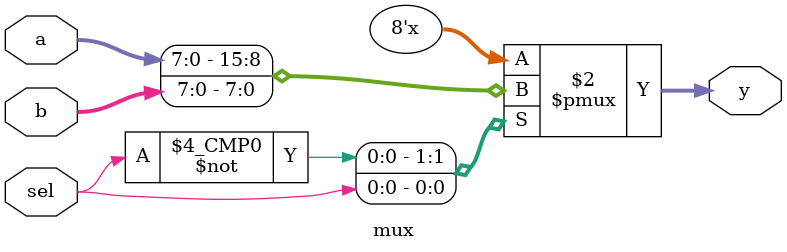
<source format=v>
module mux(
    input [7:0] a,b,
    input sel,
    output reg [7:0] y
);

always @(*) begin
    case(sel)
        0: y = a;
        1: y = b;
        default: y = b;
    endcase
end

endmodule
</source>
